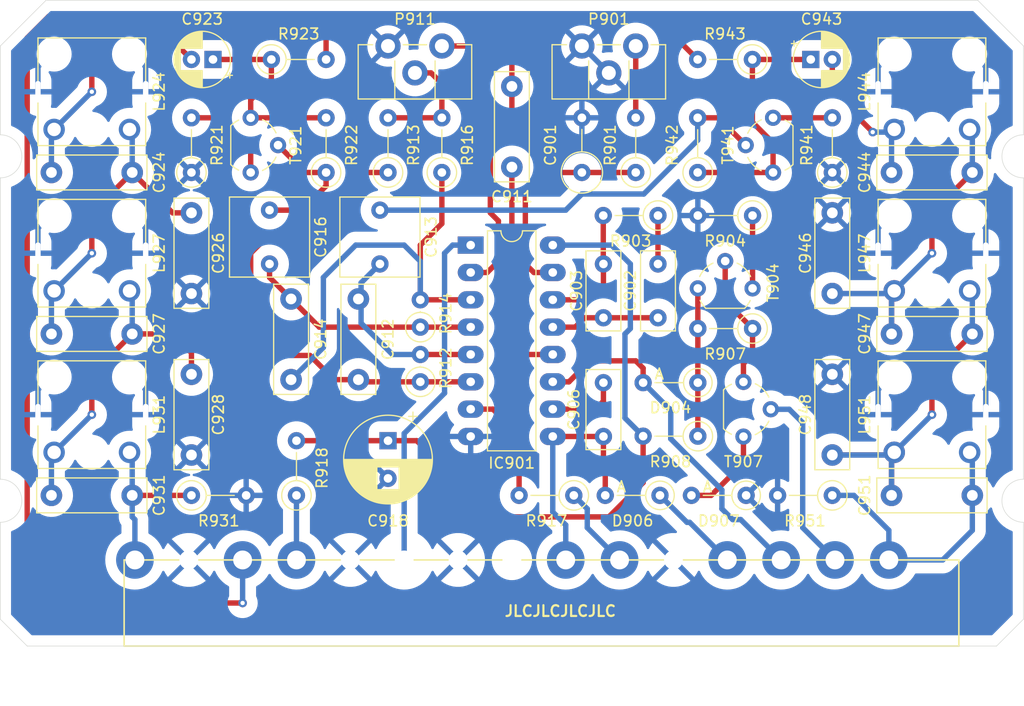
<source format=kicad_pcb>
(kicad_pcb (version 20211014) (generator pcbnew)
  (layers (0 "F.Cu" signal) (31 "B.Cu" signal) (34 "B.Paste" user) (35 "F.Paste" user) (36 "B.SilkS" user "B.Silkscreen") (37 "F.SilkS" user "F.Silkscreen") (38 "B.Mask" user) (39 "F.Mask" user) (44 "Edge.Cuts" user))
  (net 0 "")
  (net 2 "GND")
  (net 3 "Net-(C901-Pad2)")
  (net 4 "P7")
  (net 5 "Net-(C902-Pad1)")
  (net 6 "Net-(C906-Pad2)")
  (net 7 "Net-(C913-Pad2)")
  (net 8 "Net-(C912-Pad2)")
  (net 9 "Net-(C923-Pad2)")
  (net 10 "Net-(C914-Pad1)")
  (net 11 "Net-(C916-Pad2)")
  (net 12 "Net-(C918-Pad1)")
  (net 13 "Net-(C943-Pad2)")
  (net 14 "Net-(C923-Pad1)")
  (net 15 "Net-(D904-Pad1)")
  (net 16 "P3")
  (net 17 "P4")
  (net 18 "Net-(C924-Pad2)")
  (net 19 "Net-(C943-Pad1)")
  (net 20 "Net-(D907-Pad2)")
  (net 21 "P12")
  (net 22 "Net-(P901-Pad1)")
  (net 23 "+30V")
  (net 24 "Net-(R904-Pad1)")
  (net 25 "P2")
  (net 26 "P10")
  (net 27 "P15")
  (net 28 "P1")
  (net 29 "P6")
  (net 30 "Net-(R907-Pad1)")
  (net 31 "Net-(R921-Pad2)")
  (net 32 "Net-(R941-Pad2)")
  (net 33 "Net-(IC901-Pad7)")
  (net 34 "Net-(IC901-Pad13)")
  (net 35 "Net-(IC901-Pad14)")
  (net 36 "Net-(IC901-Pad12)")
  (net 37 "Net-(IC901-Pad2)")
  (net 38 "Net-(C913-Pad1)")
  (net 39 "Net-(C916-Pad1)")
  (net 40 "Net-(L927-Pad2)")
  (net 41 "Net-(L944-Pad2)")
  (net 42 "Net-(L947-Pad2)")
  (net 43 "unconnected-(IC901-Pad1)")
  (net 44 "Net-(R913-Pad2)")
  (footprint "Stereo-Decoder-Modul:Connector_01x15_5mm" (layer "F.Cu") (at 127.5 96.75)
    (fp_text reference "J1" hide)
    (fp_text value "Conn_01x15")
  )
  (footprint "Resistor_THT:R_Axial_DIN0207_L6.3mm_D2.5mm_P2.54mm_Vertical" (layer "F.Cu") (at 84 75.12 90)
    (fp_text reference "R914")
    (fp_text value "R")
  )
  (footprint "Diode_THT:D_DO-35_SOD27_P5.08mm_Vertical_AnodeUp" (layer "F.Cu") (at 109.765 80.28 180)
    (fp_text reference "D904")
    (fp_text value "D")
  )
  (footprint "Capacitor_THT:C_Rect_L7.2mm_W7.2mm_P5.00mm_FKS2_FKP2_MKS2_MKP2" (layer "F.Cu") (at 80.25 69.25 90)
    (fp_text reference "C913")
    (fp_text value "4.7µF")
  )
  (footprint "Resistor_THT:R_Axial_DIN0207_L6.3mm_D2.5mm_P5.08mm_Vertical" (layer "F.Cu") (at 62.75 90.75)
    (fp_text reference "R931")
    (fp_text value "R")
  )
  (footprint "Resistor_THT:R_Axial_DIN0207_L6.3mm_D2.5mm_P5.08mm_Vertical" (layer "F.Cu") (at 86 60.75 90)
    (fp_text reference "R916")
    (fp_text value "R")
  )
  (footprint "Capacitor_THT:C_Rect_L10.0mm_W3.0mm_P7.50mm_MKS4" (layer "F.Cu") (at 72 80 90)
    (fp_text reference "C914")
    (fp_text value "C")
  )
  (footprint "Stereo-Decoder-Modul:Inductor_Adjustable" (layer "F.Cu") (at 131.5 68.25)
    (fp_text reference "L947")
    (fp_text value "L_Trim")
  )
  (footprint "Resistor_THT:R_Axial_DIN0207_L6.3mm_D2.5mm_P5.08mm_Vertical" (layer "F.Cu") (at 75.25 60.75 90)
    (fp_text reference "R922")
    (fp_text value "R")
  )
  (footprint "Resistor_THT:R_Axial_DIN0207_L6.3mm_D2.5mm_P5.08mm_Vertical" (layer "F.Cu") (at 114.83 50.25 180)
    (fp_text reference "R943")
    (fp_text value "R")
  )
  (footprint "Diode_THT:D_DO-35_SOD27_P5.08mm_Vertical_AnodeUp" (layer "F.Cu") (at 114.25 90.75 180)
    (fp_text reference "D907")
    (fp_text value "D")
  )
  (footprint "Diode_THT:D_DO-35_SOD27_P5.08mm_Vertical_AnodeUp" (layer "F.Cu") (at 106.25 90.75 180)
    (fp_text reference "D906")
    (fp_text value "D")
  )
  (footprint "Capacitor_THT:CP_Radial_D5.0mm_P2.00mm" (layer "F.Cu") (at 120.25 50.25)
    (fp_text reference "C943")
    (fp_text value "22µF")
  )
  (footprint "Capacitor_THT:C_Rect_L10.0mm_W3.0mm_P7.50mm_MKS4" (layer "F.Cu") (at 62.75 79.5 -90)
    (fp_text reference "C928")
    (fp_text value "C")
  )
  (footprint "Resistor_THT:R_Axial_DIN0207_L6.3mm_D2.5mm_P5.08mm_Vertical" (layer "F.Cu") (at 81 60.75 90)
    (fp_text reference "R913")
    (fp_text value "R")
  )
  (footprint "Package_TO_SOT_THT:TO-92_Wide" (layer "F.Cu") (at 114 80.21 -90)
    (fp_text reference "T907")
    (fp_text value "BC547")
  )
  (footprint "Capacitor_THT:C_Rect_L10.0mm_W3.0mm_P7.50mm_MKS4" (layer "F.Cu") (at 127.75 75.75)
    (fp_text reference "C947")
    (fp_text value "C")
  )
  (footprint "Resistor_THT:R_Axial_DIN0207_L6.3mm_D2.5mm_P5.08mm_Vertical" (layer "F.Cu") (at 109.765 85.25 180)
    (fp_text reference "R908")
    (fp_text value "R")
  )
  (footprint "Capacitor_THT:C_Rect_L10.0mm_W3.0mm_P7.50mm_MKS4" (layer "F.Cu") (at 127.75 90.75)
    (fp_text reference "C951")
    (fp_text value "C")
  )
  (footprint "Package_DIP:DIP-16_W7.62mm_LongPads" (layer "F.Cu") (at 88.675 67.5)
    (fp_text reference "IC901")
    (fp_text value "TCA4500A")
  )
  (footprint "Capacitor_THT:C_Rect_L10.0mm_W3.0mm_P7.50mm_MKS4" (layer "F.Cu") (at 122.25 87 90)
    (fp_text reference "C948")
    (fp_text value "C")
  )
  (footprint "Potentiometer_THT:Potentiometer_Piher_PT-10-H01_Horizontal" (layer "F.Cu") (at 104 49 -90)
    (fp_text reference "P901")
    (fp_text value "5k")
  )
  (footprint "Resistor_THT:R_Axial_DIN0207_L6.3mm_D2.5mm_P5.08mm_Vertical" (layer "F.Cu") (at 62.75 60.75 90)
    (fp_text reference "R921")
    (fp_text value "R")
  )
  (footprint "Resistor_THT:R_Axial_DIN0207_L6.3mm_D2.5mm_P5.08mm_Vertical" (layer "F.Cu") (at 72.5 90.75 90)
    (fp_text reference "R918")
    (fp_text value "R")
  )
  (footprint "Stereo-Decoder-Modul:Inductor_Adjustable" (layer "F.Cu") (at 131.5 83.25)
    (fp_text reference "L951")
    (fp_text value "L_Trim")
  )
  (footprint "Package_TO_SOT_THT:TO-92_Wide" (layer "F.Cu") (at 68.25 55.67 -90)
    (fp_text reference "T921")
    (fp_text value "BC547")
  )
  (footprint "Resistor_THT:R_Axial_DIN0207_L6.3mm_D2.5mm_P5.08mm_Vertical" (layer "F.Cu") (at 109.75 60.75 90)
    (fp_text reference "R942")
    (fp_text value "R")
  )
  (footprint "Resistor_THT:R_Axial_DIN0207_L6.3mm_D2.5mm_P5.08mm_Vertical" (layer "F.Cu") (at 98.25 90.75 180)
    (fp_text reference "R917")
    (fp_text value "R")
  )
  (footprint "Stereo-Decoder-Modul:stereodecoder" (layer "F.Cu") (at 92.5 74.75)
    (fp_text reference "G***" hide)
    (fp_text value "LOGO" hide)
  )
  (footprint "Capacitor_THT:C_Rect_L7.2mm_W7.2mm_P5.00mm_FKS2_FKP2_MKS2_MKP2" (layer "F.Cu") (at 70 69.25 90)
    (fp_text reference "C916")
    (fp_text value "4.7µF")
  )
  (footprint "Capacitor_THT:CP_Radial_D8.0mm_P3.50mm" (layer "F.Cu") (at 81 85.67 -90)
    (fp_text reference "C918")
    (fp_text value "220µF")
  )
  (footprint "Stereo-Decoder-Modul:Inductor_Adjustable" (layer "F.Cu") (at 53.5 53.25)
    (fp_text reference "L924")
    (fp_text value "L_Trim")
  )
  (footprint "Capacitor_THT:C_Rect_L10.0mm_W3.0mm_P7.50mm_MKS4" (layer "F.Cu") (at 127.75 60.75)
    (fp_text reference "C944")
    (fp_text value "C")
  )
  (footprint "Stereo-Decoder-Modul:Inductor_Adjustable" (layer "F.Cu") (at 131.5 53.25)
    (fp_text reference "L944")
    (fp_text value "L_Trim")
  )
  (footprint "Capacitor_THT:C_Rect_L7.2mm_W3.0mm_P5.00mm_FKS2_FKP2_MKS2_MKP2" (layer "F.Cu") (at 106.065 69.25 -90)
    (fp_text reference "C902")
    (fp_text value "C")
  )
  (footprint "Capacitor_THT:C_Rect_L10.0mm_W3.0mm_P7.50mm_MKS4" (layer "F.Cu") (at 49.75 75.75)
    (fp_text reference "C927")
    (fp_text value "C")
  )
  (footprint "Resistor_THT:R_Axial_DIN0207_L6.3mm_D2.5mm_P5.08mm_Vertical" (layer "F.Cu") (at 106.065 64.75 180)
    (fp_text reference "R903")
    (fp_text value "R")
  )
  (footprint "Potentiometer_THT:Potentiometer_Piher_PT-10-H01_Horizontal" (layer "F.Cu") (at 86 49 -90)
    (fp_text reference "P911")
    (fp_text value "10k")
  )
  (footprint "Capacitor_THT:C_Rect_L7.2mm_W3.0mm_P5.00mm_FKS2_FKP2_MKS2_MKP2" (layer "F.Cu") (at 101 74.25 90)
    (fp_text reference "C903")
    (fp_text value "C")
  )
  (footprint "Resistor_THT:R_Axial_DIN0207_L6.3mm_D2.5mm_P5.08mm_Vertical" (layer "F.Cu") (at 122.25 60.75 90)
    (fp_text reference "R941")
    (fp_text value "R")
  )
  (footprint "Resistor_THT:R_Axial_DIN0207_L6.3mm_D2.5mm_P5.08mm_Vertical" (layer "F.Cu") (at 114.845 75.25 180)
    (fp_text reference "R907")
    (fp_text value "R")
  )
  (footprint "Capacitor_THT:C_Rect_L10.0mm_W3.0mm_P7.50mm_MKS4" (layer "F.Cu") (at 62.75 64.5 -90)
    (fp_text reference "C926")
    (fp_text value "C")
  )
  (footprint "Capacitor_THT:CP_Radial_D5.0mm_P2.00mm" (layer "F.Cu") (at 64.75 50.25 180)
    (fp_text reference "C923")
    (fp_text value "22µF")
  )
  (footprint "Capacitor_THT:C_Rect_L7.2mm_W3.0mm_P5.00mm_FKS2_FKP2_MKS2_MKP2" (layer "F.Cu") (at 101 85.28 90)
    (fp_text reference "C906")
    (fp_text value "C")
  )
  (footprint "Capacitor_THT:C_Rect_L10.0mm_W3.0mm_P7.50mm_MKS4" (layer "F.Cu") (at 92.5 60.25 90)
    (fp_text reference "C911")
    (fp_text value "C")
  )
  (footprint "Resistor_THT:R_Axial_DIN0207_L6.3mm_D2.5mm_P5.08mm_Vertical" (layer "F.Cu") (at 114.845 64.75 180)
    (fp_text reference "R904")
    (fp_text value "R")
  )
  (footprint "Capacitor_THT:C_Rect_L10.0mm_W3.0mm_P7.50mm_MKS4" (layer "F.Cu") (at 49.75 90.75)
    (fp_text reference "C931")
    (fp_text value "C")
  )
  (footprint "Package_TO_SOT_THT:TO-92_Wide" (layer "F.Cu") (at 116.75 60.75 90)
    (fp_text reference "T941")
    (fp_text value "BC547")
  )
  (footprint "Stereo-Decoder-Modul:Inductor_Adjustable" (layer "F.Cu") (at 53.5 68.25)
    (fp_text reference "L927")
    (fp_text value "L_Trim")
  )
  (footprint "Resistor_THT:R_Axial_DIN0207_L6.3mm_D2.5mm_P5.08mm_Vertical" (layer "F.Cu") (at 122.25 90.75 180)
    (fp_text reference "R951")
    (fp_text value "R")
  )
  (footprint "Resistor_THT:R_Axial_DIN0411_L9.9mm_D3.6mm_P5.08mm_Vertical" (layer "F.Cu") (at 99 60.75 90)
    (fp_text reference "C901")
    (fp_text value "C")
  )
  (footprint "Resistor_THT:R_Axial_DIN0207_L6.3mm_D2.5mm_P2.54mm_Vertical" (layer "F.Cu") (at 84 80.2 90)
    (fp_text reference "R912")
    (fp_text value "R")
  )
  (footprint "Package_TO_SOT_THT:TO-92_Wide" (layer "F.Cu") (at 109.765 71.52)
    (fp_text reference "T904")
    (fp_text value "BC547")
  )
  (footprint "Resistor_THT:R_Axial_DIN0207_L6.3mm_D2.5mm_P5.08mm_Vertical" (layer "F.Cu") (at 104 60.75 90)
    (fp_text reference "R901")
    (fp_text value "R")
  )
  (footprint "Resistor_THT:R_Axial_DIN0207_L6.3mm_D2.5mm_P5.08mm_Vertical" (layer "F.Cu") (at 70.17 50.25)
    (fp_text reference "R923")
    (fp_text value "R")
  )
  (footprint "Capacitor_THT:C_Rect_L10.0mm_W3.0mm_P7.50mm_MKS4" (layer "F.Cu") (at 122.25 72 90)
    (fp_text reference "C946")
    (fp_text value "C")
  )
  (footprint "Capacitor_THT:C_Rect_L10.0mm_W3.0mm_P7.50mm_MKS4" (layer "F.Cu") (at 78.25 72.5 -90)
    (fp_text reference "C912")
    (fp_text value "C")
  )
  (footprint "Stereo-Decoder-Modul:Inductor_Adjustable" (layer "F.Cu") (at 53.5 83.25)
    (fp_text reference "L931")
    (fp_text value "L_Trim")
  )
  (footprint "Capacitor_THT:C_Rect_L10.0mm_W3.0mm_P7.50mm_MKS4" (layer "F.Cu") (at 49.75 60.75)
    (fp_text reference "C924")
    (fp_text value "C")
  )
  (gr_line (start 99 57.17) (end 99 56.75) (layer "F.SilkS") (width 0.12))
  (gr_line (start 45 89.25) (end 45 61.25) (layer "Edge.Cuts") (width 0.05))
  (gr_line (start 45 49) (end 49.25 44.75) (layer "Edge.Cuts") (width 0.05))
  (gr_line (start 135.75 44.75) (end 140 49) (layer "Edge.Cuts") (width 0.05))
  (gr_line (start 137.5 104.75) (end 140 102.25) (layer "Edge.Cuts") (width 0.05))
  (gr_line (start 45 102.25) (end 47.5 104.75) (layer "Edge.Cuts") (width 0.05))
  (gr_arc (start 45 89.25) (mid 47 91.25) (end 45 93.25) (layer "Edge.Cuts") (width 0.05))
  (gr_arc (start 45 57.25) (mid 47 59.25) (end 45 61.25) (layer "Edge.Cuts") (width 0.05))
  (gr_arc (start 140 61.25) (mid 138 59.25) (end 140 57.25) (layer "Edge.Cuts") (width 0.05))
  (gr_line (start 49.25 44.75) (end 135.75 44.75) (layer "Edge.Cuts") (width 0.05))
  (gr_line (start 140 102.25) (end 140 93.25) (layer "Edge.Cuts") (width 0.05))
  (gr_line (start 45 102.25) (end 45 93.25) (layer "Edge.Cuts") (width 0.05))
  (gr_line (start 140 49) (end 140 57.25) (layer "Edge.Cuts") (width 0.05))
  (gr_line (start 45 49) (end 45 57.25) (layer "Edge.Cuts") (width 0.05))
  (gr_line (start 140 61.25) (end 140 89.25) (layer "Edge.Cuts") (width 0.05))
  (gr_arc (start 140 93.25) (mid 138 91.25) (end 140 89.25) (layer "Edge.Cuts") (width 0.05))
  (gr_line (start 137.5 104.75) (end 47.5 104.75) (layer "Edge.Cuts") (width 0.05))
  (gr_text "JLCJLCJLCJLC" (at 97 101.5) (layer "F.SilkS") (effects (font (size 1 1) (thickness 0.2))))
  (segment (start 95.5 60.75) (end 93.75 62.5) (width 0.5) (layer "F.Cu") (net 3))
  (segment (start 104 60.75) (end 95.5 60.75) (width 0.5) (layer "F.Cu") (net 3))
  (segment (start 94.54 70.04) (end 96.295 70.04) (width 0.5) (layer "F.Cu") (net 3))
  (segment (start 93.75 69.25) (end 94.54 70.04) (width 0.5) (layer "F.Cu") (net 3))
  (segment (start 93.75 62.5) (end 93.75 69.25) (width 0.5) (layer "F.Cu") (net 3))
  (segment (start 96.295 85.28) (end 101 85.28) (width 0.5) (layer "F.Cu") (net 4))
  (segment (start 101.17 88.67) (end 101 88.5) (width 0.5) (layer "F.Cu") (net 4))
  (segment (start 101 85.28) (end 101 88.5) (width 0.5) (layer "F.Cu") (net 4))
  (segment (start 101.17 90.75) (end 101.17 88.67) (width 0.5) (layer "F.Cu") (net 4))
  (segment (start 96.295 85.28) (end 96.295 92.295) (width 0.5) (layer "B.Cu") (net 4))
  (segment (start 96.295 92.295) (end 97.5 93.5) (width 0.5) (layer "B.Cu") (net 4))
  (segment (start 97.5 93.5) (end 97.5 96.75) (width 0.5) (layer "B.Cu") (net 4))
  (segment (start 106.065 64.75) (end 106.065 69.25) (width 0.5) (layer "F.Cu") (net 5))
  (segment (start 96.295 82.74) (end 100.26 82.74) (width 0.5) (layer "F.Cu") (net 6))
  (segment (start 101 82) (end 101 80.28) (width 0.5) (layer "F.Cu") (net 6))
  (segment (start 100.26 82.74) (end 101 82) (width 0.5) (layer "F.Cu") (net 6))
  (segment (start 109.75 55.67) (end 111.67 55.67) (width 0.5) (layer "F.Cu") (net 7))
  (segment (start 111.67 55.67) (end 114.21 58.21) (width 0.5) (layer "F.Cu") (net 7))
  (segment (start 109.75 57.75) (end 109.75 55.67) (width 0.5) (layer "B.Cu") (net 7))
  (segment (start 80.25 64.25) (end 97.5 64.25) (width 0.5) (layer "B.Cu") (net 7))
  (segment (start 97.5 64.25) (end 99 62.75) (width 0.5) (layer "B.Cu") (net 7))
  (segment (start 104.75 62.75) (end 109.75 57.75) (width 0.5) (layer "B.Cu") (net 7))
  (segment (start 99 62.75) (end 104.75 62.75) (width 0.5) (layer "B.Cu") (net 7))
  (segment (start 71 77.75) (end 73.75 77.75) (width 0.5) (layer "F.Cu") (net 8))
  (segment (start 73.75 77.75) (end 76 80) (width 0.5) (layer "F.Cu") (net 8))
  (segment (start 78.45 80.2) (end 78.25 80) (width 0.5) (layer "F.Cu") (net 8))
  (segment (start 69.875 66.625) (end 68.25 68.25) (width 0.5) (layer "F.Cu") (net 8))
  (segment (start 79 60.75) (end 73.125 66.625) (width 0.5) (layer "F.Cu") (net 8))
  (segment (start 68.25 75) (end 71 77.75) (width 0.5) (layer "F.Cu") (net 8))
  (segment (start 73.125 66.625) (end 69.875 66.625) (width 0.5) (layer "F.Cu") (net 8))
  (segment (start 81 60.75) (end 79 60.75) (width 0.5) (layer "F.Cu") (net 8))
  (segment (start 88.675 80.2) (end 84 80.2) (width 0.5) (layer "F.Cu") (net 8))
  (segment (start 76 80) (end 78.25 80) (width 0.5) (layer "F.Cu") (net 8))
  (segment (start 84 80.2) (end 78.45 80.2) (width 0.5) (layer "F.Cu") (net 8))
  (segment (start 68.25 68.25) (end 68.25 75) (width 0.5) (layer "F.Cu") (net 8))
  (segment (start 78.7 80.2) (end 78.5 80) (width 0.5) (layer "B.Cu") (net 8))
  (segment (start 53.5 49.5) (end 53.5 53.25) (width 0.5) (layer "F.Cu") (net 9))
  (segment (start 55.75 47.25) (end 53.5 49.5) (width 0.5) (layer "F.Cu") (net 9))
  (segment (start 62.75 50.25) (end 59.75 47.25) (width 0.5) (layer "F.Cu") (net 9))
  (segment (start 59.75 47.25) (end 55.75 47.25) (width 0.5) (layer "F.Cu") (net 9))
  (via (at 53.5 53.25) (size 0.8) (drill 0.4) (layers "F.Cu" "B.Cu") (net 9))
  (segment (start 49.75 60.75) (end 49.75 57) (width 0.5) (layer "B.Cu") (net 9))
  (segment (start 50.625 56.125) (end 53.5 53.25) (width 0.5) (layer "B.Cu") (net 9))
  (segment (start 49.75 57) (end 50.625 56.125) (width 0.5) (layer "B.Cu") (net 9))
  (segment (start 84 72.58) (end 84 67.5) (width 0.5) (layer "F.Cu") (net 10))
  (segment (start 88.675 72.58) (end 84 72.58) (width 0.5) (layer "F.Cu") (net 10))
  (segment (start 84 67.5) (end 86 65.5) (width 0.5) (layer "F.Cu") (net 10))
  (segment (start 86 65.5) (end 86 60.75) (width 0.5) (layer "F.Cu") (net 10))
  (segment (start 78 67.5) (end 75 70.5) (width 0.5) (layer "B.Cu") (net 10))
  (segment (start 82.5 67.5) (end 78 67.5) (width 0.5) (layer "B.Cu") (net 10))
  (segment (start 75 70.5) (end 75 77) (width 0.5) (layer "B.Cu") (net 10))
  (segment (start 84 69) (end 82.5 67.5) (width 0.5) (layer "B.Cu") (net 10))
  (segment (start 84 72.58) (end 84 69) (width 0.5) (layer "B.Cu") (net 10))
  (segment (start 75 77) (end 72 80) (width 0.5) (layer "B.Cu") (net 10))
  (segment (start 73.33 60.75) (end 70.79 58.21) (width 0.5) (layer "F.Cu") (net 11))
  (segment (start 75.25 60.75) (end 73.33 60.75) (width 0.5) (layer "F.Cu") (net 11))
  (segment (start 75.25 62) (end 75.25 60.75) (width 0.5) (layer "F.Cu") (net 11))
  (segment (start 70 64.25) (end 73 64.25) (width 0.5) (layer "F.Cu") (net 11))
  (segment (start 73 64.25) (end 75.25 62) (width 0.5) (layer "F.Cu") (net 11))
  (segment (start 83.67 85.67) (end 90.75 92.75) (width 0.5) (layer "F.Cu") (net 12))
  (segment (start 90.75 92.75) (end 101.5 92.75) (width 0.5) (layer "F.Cu") (net 12))
  (segment (start 104.685 89.565) (end 104.685 85.25) (width 0.5) (layer "F.Cu") (net 12))
  (segment (start 101.5 92.75) (end 104.685 89.565) (width 0.5) (layer "F.Cu") (net 12))
  (segment (start 72.5 85.67) (end 83.67 85.67) (width 0.5) (layer "F.Cu") (net 12))
  (segment (start 101.75 67.5) (end 96.295 67.5) (width 0.5) (layer "B.Cu") (net 12))
  (segment (start 104.685 85.25) (end 103 83.565) (width 0.5) (layer "B.Cu") (net 12))
  (segment (start 103.5 69.25) (end 101.75 67.5) (width 0.5) (layer "B.Cu") (net 12))
  (segment (start 103 83.565) (end 103 75.75) (width 0.5) (layer "B.Cu") (net 12))
  (segment (start 103.5 75.25) (end 103.5 69.25) (width 0.5) (layer "B.Cu") (net 12))
  (segment (start 103 75.75) (end 103.5 75.25) (width 0.5) (layer "B.Cu") (net 12))
  (segment (start 124.5 55.5) (end 124.5 54.25) (width 0.5) (layer "F.Cu") (net 13))
  (segment (start 122.25 50.25) (end 122.25 52) (width 0.5) (layer "F.Cu") (net 13))
  (segment (start 122.25 52) (end 124.5 54.25) (width 0.5) (layer "F.Cu") (net 13))
  (segment (start 126 57) (end 124.5 55.5) (width 0.5) (layer "F.Cu") (net 13))
  (via (at 126 57) (size 0.8) (drill 0.4) (layers "F.Cu" "B.Cu") (net 13))
  (segment (start 127.75 60.75) (end 127.75 57) (width 0.5) (layer "B.Cu") (net 13))
  (segment (start 126 57) (end 127.75 57) (width 0.5) (layer "B.Cu") (net 13))
  (segment (start 127.75 57) (end 128.625 56.125) (width 0.5) (layer "B.Cu") (net 13))
  (segment (start 68.25 54) (end 68.25 55.67) (width 0.5) (layer "F.Cu") (net 14))
  (segment (start 70.17 52.08) (end 68.25 54) (width 0.5) (layer "F.Cu") (net 14))
  (segment (start 70.17 50.25) (end 64.75 50.25) (width 0.5) (layer "F.Cu") (net 14))
  (segment (start 68.25 55.67) (end 75.25 55.67) (width 0.5) (layer "F.Cu") (net 14))
  (segment (start 70.17 50.25) (end 70.17 52.08) (width 0.5) (layer "F.Cu") (net 14))
  (segment (start 109.765 71.52) (end 109.765 80.28) (width 0.5) (layer "F.Cu") (net 15))
  (segment (start 109.765 80.28) (end 109.765 85.25) (width 0.5) (layer "F.Cu") (net 15))
  (segment (start 97.8 80.2) (end 99.75 78.25) (width 0.5) (layer "F.Cu") (net 16))
  (segment (start 99.75 78.25) (end 104 78.25) (width 0.5) (layer "F.Cu") (net 16))
  (segment (start 104.685 78.935) (end 104.685 80.28) (width 0.5) (layer "F.Cu") (net 16))
  (segment (start 104 78.25) (end 104.685 78.935) (width 0.5) (layer "F.Cu") (net 16))
  (segment (start 96.295 80.2) (end 97.8 80.2) (width 0.5) (layer "F.Cu") (net 16))
  (segment (start 107.25 85.5) (end 107.25 82.75) (width 0.5) (layer "B.Cu") (net 16))
  (segment (start 113.75 93) (end 113 93) (width 0.5) (layer "B.Cu") (net 16))
  (segment (start 107.155 82.75) (end 104.685 80.28) (width 0.5) (layer "B.Cu") (net 16))
  (segment (start 113 93) (end 112 92) (width 0.5) (layer "B.Cu") (net 16))
  (segment (start 112 92) (end 112 90.25) (width 0.5) (layer "B.Cu") (net 16))
  (segment (start 117.5 96.75) (end 113.75 93) (width 0.5) (layer "B.Cu") (net 16))
  (segment (start 112 90.25) (end 107.25 85.5) (width 0.5) (layer "B.Cu") (net 16))
  (segment (start 107.25 82.75) (end 107.155 82.75) (width 0.5) (layer "B.Cu") (net 16))
  (segment (start 106.25 90.75) (end 108.75 93.25) (width 0.5) (layer "B.Cu") (net 17))
  (segment (start 108.75 93.25) (end 109 93.25) (width 0.5) (layer "B.Cu") (net 17))
  (segment (start 112.5 96.75) (end 109 93.25) (width 0.5) (layer "B.Cu") (net 17))
  (segment (start 61 64.5) (end 57.25 60.75) (width 0.5) (layer "F.Cu") (net 18))
  (segment (start 53.5 64.5) (end 57.25 60.75) (width 0.5) (layer "F.Cu") (net 18))
  (segment (start 53.5 68.25) (end 53.5 64.5) (width 0.5) (layer "F.Cu") (net 18))
  (segment (start 62.75 64.5) (end 61 64.5) (width 0.5) (layer "F.Cu") (net 18))
  (via (at 53.5 68.25) (size 0.8) (drill 0.4) (layers "F.Cu" "B.Cu") (net 18))
  (segment (start 57.25 60.75) (end 57.25 57) (width 0.5) (layer "B.Cu") (net 18))
  (segment (start 50.625 71.125) (end 53.5 68.25) (width 0.5) (layer "B.Cu") (net 18))
  (segment (start 49.75 75.75) (end 49.75 72) (width 0.5) (layer "B.Cu") (net 18))
  (segment (start 49.75 72) (end 50.625 71.125) (width 0.5) (layer "B.Cu") (net 18))
  (segment (start 114.83 50.25) (end 114.83 56.08) (width 0.5) (layer "F.Cu") (net 19))
  (segment (start 114.83 56.08) (end 116.75 58) (width 0.5) (layer "F.Cu") (net 19))
  (segment (start 116.75 58) (end 116.75 60.75) (width 0.5) (layer "F.Cu") (net 19))
  (segment (start 116.75 60.75) (end 109.75 60.75) (width 0.5) (layer "F.Cu") (net 19))
  (segment (start 114.83 50.25) (end 120.25 50.25) (width 0.5) (layer "F.Cu") (net 19))
  (segment (start 114 87.75) (end 114 85.29) (width 0.5) (layer "F.Cu") (net 20))
  (segment (start 109.17 90.75) (end 111 90.75) (width 0.5) (layer "F.Cu") (net 20))
  (segment (start 111 90.75) (end 114 87.75) (width 0.5) (layer "F.Cu") (net 20))
  (segment (start 72.5 96.75) (end 72.5 90.75) (width 0.5) (layer "B.Cu") (net 21))
  (segment (start 104 49) (end 104 55.67) (width 0.5) (layer "F.Cu") (net 22))
  (segment (start 75.25 46.25) (end 49.5 46.25) (width 0.5) (layer "F.Cu") (net 23))
  (segment (start 105.75 46.25) (end 109.75 50.25) (width 0.5) (layer "F.Cu") (net 23))
  (segment (start 49.5 46.25) (end 47.5 48.25) (width 0.5) (layer "F.Cu") (net 23))
  (segment (start 51 100.75) (end 67.5 100.75) (width 0.5) (layer "F.Cu") (net 23))
  (segment (start 79.25 46.25) (end 105.75 46.25) (width 0.5) (layer "F.Cu") (net 23))
  (segment (start 47.5 97.25) (end 51 100.75) (width 0.5) (layer "F.Cu") (net 23))
  (segment (start 75.25 50.25) (end 75.25 46.25) (width 0.5) (layer "F.Cu") (net 23))
  (segment (start 75.25 46.25) (end 79.25 46.25) (width 0.5) (layer "F.Cu") (net 23))
  (segment (start 47.5 48.25) (end 47.5 97.25) (width 0.5) (layer "F.Cu") (net 23))
  (via (at 67.5 100.75) (size 0.8) (drill 0.4) (layers "F.Cu" "B.Cu") (net 23))
  (segment (start 67.5 96.75) (end 67.5 100.75) (width 0.5) (layer "B.Cu") (net 23))
  (segment (start 114.845 64.75) (end 114.845 71.52) (width 0.5) (layer "F.Cu") (net 24))
  (segment (start 118.25 82.75) (end 116.54 82.75) (width 0.5) (layer "B.Cu") (net 25))
  (segment (start 122.5 96.75) (end 119.5 93.75) (width 0.5) (layer "B.Cu") (net 25))
  (segment (start 119.5 84) (end 118.25 82.75) (width 0.5) (layer "B.Cu") (net 25))
  (segment (start 119.5 93.75) (end 119.5 84) (width 0.5) (layer "B.Cu") (net 25))
  (segment (start 62.75 90.75) (end 57.25 90.75) (width 0.5) (layer "F.Cu") (net 27))
  (segment (start 57.25 90.75) (end 57.25 87) (width 0.5) (layer "B.Cu") (net 27))
  (segment (start 57.25 92.75) (end 57.5 93) (width 0.5) (layer "B.Cu") (net 27))
  (segment (start 57.25 90.75) (end 57.25 92.75) (width 0.5) (layer "B.Cu") (net 27))
  (segment (start 57.5 96.75) (end 57.5 93) (width 0.5) (layer "B.Cu") (net 27))
  (segment (start 132.5 96.75) (end 135.25 94) (width 0.5) (layer "B.Cu") (net 28))
  (segment (start 127.5 96.75) (end 132.5 96.75) (width 0.5) (layer "B.Cu") (net 28))
  (segment (start 124.25 90.75) (end 122.25 90.75) (width 0.5) (layer "B.Cu") (net 28))
  (segment (start 127.5 96.75) (end 127.5 94) (width 0.5) (layer "B.Cu") (net 28))
  (segment (start 135.25 94) (end 135.25 90.75) (width 0.5) (layer "B.Cu") (net 28))
  (segment (start 127.5 94) (end 124.25 90.75) (width 0.5) (layer "B.Cu") (net 28))
  (segment (start 135.25 90.75) (end 135.25 87) (width 0.5) (layer "B.Cu") (net 28))
  (segment (start 99.5 92) (end 99.5 93.75) (width 0.5) (layer "B.Cu") (net 29))
  (segment (start 98.25 90.75) (end 99.5 92) (width 0.5) (layer "B.Cu") (net 29))
  (segment (start 99.5 93.75) (end 102.5 96.75) (width 0.5) (layer "B.Cu") (net 29))
  (segment (start 112.305 68.98) (end 112.305 72.71) (width 0.5) (layer "F.Cu") (net 30))
  (segment (start 114 78.5) (end 114 80.21) (width 0.5) (layer "F.Cu") (net 30))
  (segment (start 112.305 72.71) (end 114.845 75.25) (width 0.5) (layer "F.Cu") (net 30))
  (segment (start 114.845 75.25) (end 114.845 77.655) (width 0.5) (layer "F.Cu") (net 30))
  (segment (start 114.845 77.655) (end 114 78.5) (width 0.5) (layer "F.Cu") (net 30))
  (segment (start 62.75 55.67) (end 65.17 55.67) (width 0.5) (layer "F.Cu") (net 31))
  (segment (start 68.25 58.75) (end 68.25 60.75) (width 0.5) (layer "F.Cu") (net 31))
  (segment (start 65.17 55.67) (end 68.25 58.75) (width 0.5) (layer "F.Cu") (net 31))
  (segment (start 116.75 55.67) (end 122.25 55.67) (width 0.5) (layer "F.Cu") (net 32))
  (segment (start 93.17 85.17) (end 90.74 82.74) (width 0.5) (layer "F.Cu") (net 33))
  (segment (start 93.17 90.75) (end 93.17 85.17) (width 0.5) (layer "F.Cu") (net 33))
  (segment (start 90.74 82.74) (end 88.675 82.74) (width 0.5) (layer "F.Cu") (net 33))
  (segment (start 106.065 74.25) (end 101 74.25) (width 0.5) (layer "F.Cu") (net 34))
  (segment (start 101 74.25) (end 99.25 74.25) (width 0.5) (layer "F.Cu") (net 34))
  (segment (start 98.38 75.12) (end 96.295 75.12) (width 0.5) (layer "F.Cu") (net 34))
  (segment (start 99.25 74.25) (end 98.38 75.12) (width 0.5) (layer "F.Cu") (net 34))
  (segment (start 99.67 72.58) (end 101 71.25) (width 0.5) (layer "F.Cu") (net 35))
  (segment (start 96.295 72.58) (end 99.67 72.58) (width 0.5) (layer "F.Cu") (net 35))
  (segment (start 100.985 64.75) (end 100.985 69.235) (width 0.5) (layer "F.Cu") (net 35))
  (segment (start 101 71.25) (end 101 69.25) (width 0.5) (layer "F.Cu") (net 35))
  (segment (start 100.985 69.235) (end 101 69.25) (width 0.5) (layer "F.Cu") (net 35))
  (segment (start 92.5 60.25) (end 92.5 76.25) (width 0.5) (layer "F.Cu") (net 36))
  (segment (start 93.91 77.66) (end 96.295 77.66) (width 0.5) (layer "F.Cu") (net 36))
  (segment (start 92.5 76.25) (end 93.91 77.66) (width 0.5) (layer "F.Cu") (net 36))
  (segment (start 92.5 55.25) (end 90.5 57.25) (width 0.5) (layer "F.Cu") (net 37))
  (segment (start 92.5 52.75) (end 92.5 55.25) (width 0.5) (layer "F.Cu") (net 37))
  (segment (start 91.25 65.25) (end 91.25 69) (width 0.5) (layer "F.Cu") (net 37))
  (segment (start 91.25 69) (end 90.21 70.04) (width 0.5) (layer "F.Cu") (net 37))
  (segment (start 86 49) (end 91 49) (width 0.5) (layer "F.Cu") (net 37))
  (segment (start 90.21 70.04) (end 88.675 70.04) (width 0.5) (layer "F.Cu") (net 37))
  (segment (start 90.5 57.25) (end 90.5 64.5) (width 0.5) (layer "F.Cu") (net 37))
  (segment (start 92.5 50.5) (end 92.5 52.75) (width 0.5) (layer "F.Cu") (net 37))
  (segment (start 90.5 64.5) (end 91.25 65.25) (width 0.5) (layer "F.Cu") (net 37))
  (segment (start 91 49) (end 92.5 50.5) (width 0.5) (layer "F.Cu") (net 37))
  (segment (start 88.675 77.66) (end 84 77.66) (width 0.5) (layer "F.Cu") (net 38))
  (segment (start 78.5 74.75) (end 78.5 72.5) (width 0.5) (layer "B.Cu") (net 38))
  (segment (start 78.5 71) (end 80.25 69.25) (width 0.5) (layer "B.Cu") (net 38))
  (segment (start 78.5 72.5) (end 78.5 71) (width 0.5) (layer "B.Cu") (net 38))
  (segment (start 84 77.66) (end 81.41 77.66) (width 0.5) (layer "B.Cu") (net 38))
  (segment (start 81.41 77.66) (end 78.5 74.75) (width 0.5) (layer "B.Cu") (net 38))
  (segment (start 70 70.5) (end 72 72.5) (width 0.5) (layer "F.Cu") (net 39))
  (segment (start 84 75.12) (end 74.62 75.12) (width 0.5) (layer "F.Cu") (net 39))
  (segment (start 74.62 75.12) (end 72 72.5) (width 0.5) (layer "F.Cu") (net 39))
  (segment (start 88.675 75.12) (end 84 75.12) (width 0.5) (layer "F.Cu") (net 39))
  (segment (start 70 69.25) (end 70 70.5) (width 0.5) (layer "F.Cu") (net 39))
  (segment (start 57.25 75.75) (end 61 75.75) (width 0.5) (layer "F.Cu") (net 40))
  (segment (start 62.75 77.5) (end 61 75.75) (width 0.5) (layer "F.Cu") (net 40))
  (segment (start 53.5 79.5) (end 57.25 75.75) (width 0.5) (layer "F.Cu") (net 40))
  (segment (start 62.75 79.5) (end 62.75 77.5) (width 0.5) (layer "F.Cu") (net 40))
  (segment (start 53.5 83.25) (end 53.5 79.5) (width 0.5) (layer "F.Cu") (net 40))
  (via (at 53.5 83.25) (size 0.8) (drill 0.4) (layers "F.Cu" "B.Cu") (net 40))
  (segment (start 49.75 87) (end 50.625 86.125) (width 0.5) (layer "B.Cu") (net 40))
  (segment (start 49.75 90.75) (end 49.75 87) (width 0.5) (layer "B.Cu") (net 40))
  (segment (start 50.625 86.125) (end 53.5 83.25) (width 0.5) (layer "B.Cu") (net 40))
  (segment (start 57.25 75.75) (end 57.25 72) (width 0.5) (layer "B.Cu") (net 40))
  (segment (start 131.5 68.25) (end 131.5 64.5) (width 0.5) (layer "F.Cu") (net 41))
  (segment (start 127.75 75.75) (end 127.75 72) (width 0.5) (layer "F.Cu") (net 41))
  (segment (start 131.5 64.5) (end 135.25 60.75) (width 0.5) (layer "F.Cu") (net 41))
  (segment (start 122.25 72) (end 127.75 72) (width 0.5) (layer "F.Cu") (net 41))
  (segment (start 127.75 72) (end 128.625 71.125) (width 0.5) (layer "F.Cu") (net 41))
  (via (at 131.5 68.25) (size 0.8) (drill 0.4) (layers "F.Cu" "B.Cu") (net 41))
  (segment (start 128.625 71.125) (end 131.5 68.25) (width 0.5) (layer "B.Cu") (net 41))
  (segment (start 135.25 60.75) (end 135.25 57) (width 0.5) (layer "B.Cu") (net 41))
  (segment (start 127.75 75.75) (end 127.75 72) (width 0.5) (layer "B.Cu") (net 41))
  (segment (start 127.75 72) (end 128.625 71.125) (width 0.5) (layer "B.Cu") (net 41))
  (segment (start 122.25 72) (end 127.75 72) (width 0.5) (layer "B.Cu") (net 41))
  (segment (start 122.25 87) (end 127.75 87) (width 0.5) (layer "F.Cu") (net 42))
  (segment (start 131.5 79.5) (end 135.25 75.75) (width 0.5) (layer "F.Cu") (net 42))
  (segment (start 131.5 83.25) (end 131.5 79.5) (width 0.5) (layer "F.Cu") (net 42))
  (segment (start 127.75 87) (end 128.625 86.125) (width 0.5) (layer "F.Cu") (net 42))
  (segment (start 127.75 90.75) (end 127.75 87) (width 0.5) (layer "F.Cu") (net 42))
  (via (at 131.5 83.25) (size 0.8) (drill 0.4) (layers "F.Cu" "B.Cu") (net 42))
  (segment (start 135.25 75.75) (end 135.25 72) (width 0.5) (layer "B.Cu") (net 42))
  (segment (start 127.75 87) (end 128.625 86.125) (width 0.5) (layer "B.Cu") (net 42))
  (segment (start 128.625 86.125) (end 131.5 83.25) (width 0.5) (layer "B.Cu") (net 42))
  (segment (start 135.25 72) (end 135 71.75) (width 0.5) (layer "B.Cu") (net 42))
  (segment (start 127.75 90.75) (end 127.75 87) (width 0.5) (layer "B.Cu") (net 42))
  (segment (start 122.25 87) (end 127.75 87) (width 0.5) (layer "B.Cu") (net 42))
  (segment (start 82.5 96.75) (end 82.5 85) (width 0.5) (layer "B.Cu") (net 43))
  (segment (start 86.25 81.25) (end 86.25 68.25) (width 0.5) (layer "B.Cu") (net 43))
  (segment (start 82.5 85) (end 86.25 81.25) (width 0.5) (layer "B.Cu") (net 43))
  (segment (start 86.25 68.25) (end 87 67.5) (width 0.5) (layer "B.Cu") (net 43))
  (segment (start 87 67.5) (end 88.675 67.5) (width 0.5) (layer "B.Cu") (net 43))
  (segment (start 86 55.67) (end 86 52.5) (width 0.5) (layer "F.Cu") (net 44))
  (segment (start 86 52.5) (end 85 51.5) (width 0.5) (layer "F.Cu") (net 44))
  (segment (start 85 51.5) (end 83.5 51.5) (width 0.5) (layer "F.Cu") (net 44))
  (segment (start 86 55.67) (end 81 55.67) (width 0.5) (layer "F.Cu") (net 44))
  (zone (net 2) (net_name "GND") (layer "B.Cu") (connect_pads (clearance 1)) (min_thickness 0.225) (fill yes (thermal_gap 0.75) (thermal_bridge_width 0.5))
    (polygon (pts (xy 140 104.75) (xy 45 104.75) (xy 45 44.75) (xy 140 44.75)))
  )
)
</source>
